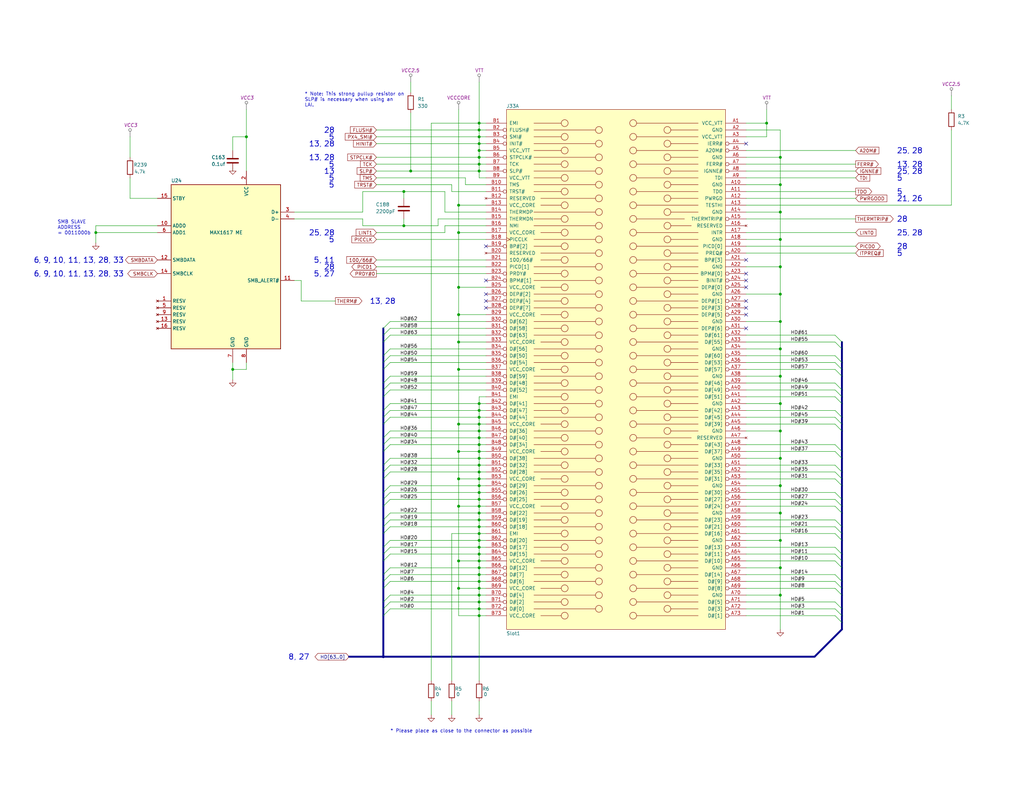
<source format=kicad_sch>
(kicad_sch (version 20241004) (generator "eeschema") (generator_version "8.99")
  (paper "User" 380 300)
  (title_block (title "SLOT 1 (PART I)") (date "Thursday, April 09, 1998") (rev "1.0"))
  (lib_symbols
    (symbol "Device:C" (pin_numbers (hide yes)) (pin_names (offset 0.254))
      (property "Reference" "C" (at 0.635 2.54 0))
      (property "Value" "C" (at 0.635 -2.54 0))
      (symbol "C_1_1"
        (pin passive line (at 0 3.81 270) (length 2.794) (name "~") (number "1"))
        (pin passive line (at 0 -3.81 90) (length 2.794) (name "~") (number "2"))
      )
    )
    (symbol "Device:R" (pin_numbers (hide yes)) (pin_names (offset 0))
      (property "Reference" "R" (at 2.032 0 90))
      (property "Value" "R" (at 0 0 90))
      (symbol "R_1_1"
        (pin passive line (at 0 3.81 270) (length 1.27) (name "~") (number "1"))
        (pin passive line (at 0 -3.81 90) (length 1.27) (name "~") (number "2"))
      )
    )
    (symbol "P2-3_era:MAX1617_ME"
      (property "Reference" "U?" (at -17.78 32.512 0))
      (property "Value" "MAX1617 ME" (at -0.254 8.89 0))
      (symbol "MAX1617_ME_1_1"
        (pin input line (at -25.4 25.4 0) (length 5.08) (name "STBY") (number "15"))
        (pin unspecified line (at -25.4 15.24 0) (length 5.08) (name "ADD0") (number "10"))
        (pin unspecified line (at -25.4 12.7 0) (length 5.08) (name "ADD1") (number "6"))
        (pin bidirectional line (at -25.4 2.54 0) (length 5.08) (name "SMBDATA") (number "12"))
        (pin bidirectional line (at -25.4 -2.54 0) (length 5.08) (name "SMBCLK") (number "14"))
        (pin no_connect line (at -25.4 -12.7 0) (length 5.08) (name "RESV") (number "1"))
        (pin no_connect line (at -25.4 -15.24 0) (length 5.08) (name "RESV") (number "5"))
        (pin no_connect line (at -25.4 -17.78 0) (length 5.08) (name "RESV") (number "9"))
        (pin no_connect line (at -25.4 -20.32 0) (length 5.08) (name "RESV") (number "13"))
        (pin no_connect line (at -25.4 -22.86 0) (length 5.08) (name "RESV") (number "16"))
        (pin power_in line (at 2.54 -35.56 90) (length 5.08) (name "GND") (number "7"))
        (pin power_in line (at 7.62 35.56 270) (length 5.08) (name "VCC") (number "2"))
        (pin power_in line (at 7.62 -35.56 90) (length 5.08) (name "GND") (number "8"))
        (pin input line (at 25.4 20.32 180) (length 5.08) (name "D+") (number "3"))
        (pin input line (at 25.4 17.78 180) (length 5.08) (name "D-") (number "4"))
        (pin output line (at 25.4 -5.08 180) (length 5.08) (name "SMB_ALERT#") (number "11"))
      )
    )
    (symbol "P2-3_era:Slot1" (pin_names (offset 1.016))
      (property "Reference" "J" (at -40.64 197.358 0))
      (property "Value" "Slot1" (at -40.64 0.762 0))
      (symbol "Slot1_1_1"
        (pin input line (at -48.26 190.5 0) (length 7.62) (name "EMI") (number "B1"))
        (pin input inverted (at -48.26 187.96 0) (length 7.62) (name "FLUSH#") (number "B2"))
        (pin input inverted (at -48.26 185.42 0) (length 7.62) (name "SMI#") (number "B3"))
        (pin input inverted (at -48.26 182.88 0) (length 7.62) (name "INIT#") (number "B4"))
        (pin power_in line (at -48.26 180.34 0) (length 7.62) (name "VCC_VTT") (number "B5"))
        (pin input inverted (at -48.26 177.8 0) (length 7.62) (name "STPCLK#") (number "B6"))
        (pin input line (at -48.26 175.26 0) (length 7.62) (name "TCK") (number "B7"))
        (pin input inverted (at -48.26 172.72 0) (length 7.62) (name "SLP#") (number "B8"))
        (pin power_in line (at -48.26 170.18 0) (length 7.62) (name "VCC_VTT") (number "B9"))
        (pin input line (at -48.26 167.64 0) (length 7.62) (name "TMS") (number "B10"))
        (pin input inverted (at -48.26 165.1 0) (length 7.62) (name "TRST#") (number "B11"))
        (pin no_connect line (at -48.26 162.56 0) (length 7.62) (name "RESERVED") (number "B12"))
        (pin power_in line (at -48.26 160.02 0) (length 7.62) (name "VCC_CORE") (number "B13"))
        (pin output line (at -48.26 157.48 0) (length 7.62) (name "THERMDP") (number "B14"))
        (pin output line (at -48.26 154.94 0) (length 7.62) (name "THERMDN") (number "B15"))
        (pin input line (at -48.26 152.4 0) (length 7.62) (name "NMI") (number "B16"))
        (pin power_in line (at -48.26 149.86 0) (length 7.62) (name "VCC_CORE") (number "B17"))
        (pin input clock (at -48.26 147.32 0) (length 7.62) (name "PICCLK") (number "B18"))
        (pin bidirectional inverted (at -48.26 144.78 0) (length 7.62) (name "BP#[2]") (number "B19"))
        (pin no_connect line (at -48.26 142.24 0) (length 7.62) (name "RESERVED") (number "B20"))
        (pin output line (at -48.26 139.7 0) (length 7.62) (name "100/66#") (number "B21"))
        (pin bidirectional line (at -48.26 137.16 0) (length 7.62) (name "PICD[1]") (number "B22"))
        (pin output inverted (at -48.26 134.62 0) (length 7.62) (name "PRDY#") (number "B23"))
        (pin bidirectional inverted (at -48.26 132.08 0) (length 7.62) (name "BPM#[1]") (number "B24"))
        (pin power_in line (at -48.26 129.54 0) (length 7.62) (name "VCC_CORE") (number "B25"))
        (pin bidirectional inverted (at -48.26 127 0) (length 7.62) (name "DEP#[2]") (number "B26"))
        (pin bidirectional inverted (at -48.26 124.46 0) (length 7.62) (name "DEP#[4]") (number "B27"))
        (pin bidirectional inverted (at -48.26 121.92 0) (length 7.62) (name "DEP#[7]") (number "B28"))
        (pin power_in line (at -48.26 119.38 0) (length 7.62) (name "VCC_CORE") (number "B29"))
        (pin tri_state inverted (at -48.26 116.84 0) (length 7.62) (name "D#[62]") (number "B30"))
        (pin tri_state inverted (at -48.26 114.3 0) (length 7.62) (name "D#[58]") (number "B31"))
        (pin tri_state inverted (at -48.26 111.76 0) (length 7.62) (name "D#[63]") (number "B32"))
        (pin power_in line (at -48.26 109.22 0) (length 7.62) (name "VCC_CORE") (number "B33"))
        (pin tri_state inverted (at -48.26 106.68 0) (length 7.62) (name "D#[56]") (number "B34"))
        (pin tri_state inverted (at -48.26 104.14 0) (length 7.62) (name "D#[50]") (number "B35"))
        (pin tri_state inverted (at -48.26 101.6 0) (length 7.62) (name "D#[54]") (number "B36"))
        (pin power_in line (at -48.26 99.06 0) (length 7.62) (name "VCC_CORE") (number "B37"))
        (pin tri_state inverted (at -48.26 96.52 0) (length 7.62) (name "D#[59]") (number "B38"))
        (pin tri_state inverted (at -48.26 93.98 0) (length 7.62) (name "D#[48]") (number "B39"))
        (pin tri_state inverted (at -48.26 91.44 0) (length 7.62) (name "D#[52]") (number "B40"))
        (pin input line (at -48.26 88.9 0) (length 7.62) (name "EMI") (number "B41"))
        (pin tri_state inverted (at -48.26 86.36 0) (length 7.62) (name "D#[41]") (number "B42"))
        (pin tri_state inverted (at -48.26 83.82 0) (length 7.62) (name "D#[47]") (number "B43"))
        (pin tri_state inverted (at -48.26 81.28 0) (length 7.62) (name "D#[44]") (number "B44"))
        (pin power_in line (at -48.26 78.74 0) (length 7.62) (name "VCC_CORE") (number "B45"))
        (pin tri_state inverted (at -48.26 76.2 0) (length 7.62) (name "D#[36]") (number "B46"))
        (pin tri_state inverted (at -48.26 73.66 0) (length 7.62) (name "D#[40]") (number "B47"))
        (pin tri_state inverted (at -48.26 71.12 0) (length 7.62) (name "D#[34]") (number "B48"))
        (pin power_in line (at -48.26 68.58 0) (length 7.62) (name "VCC_CORE") (number "B49"))
        (pin tri_state inverted (at -48.26 66.04 0) (length 7.62) (name "D#[38]") (number "B50"))
        (pin tri_state inverted (at -48.26 63.5 0) (length 7.62) (name "D#[32]") (number "B51"))
        (pin tri_state inverted (at -48.26 60.96 0) (length 7.62) (name "D#[28]") (number "B52"))
        (pin power_in line (at -48.26 58.42 0) (length 7.62) (name "VCC_CORE") (number "B53"))
        (pin tri_state inverted (at -48.26 55.88 0) (length 7.62) (name "D#[29]") (number "B54"))
        (pin tri_state inverted (at -48.26 53.34 0) (length 7.62) (name "D#[26]") (number "B55"))
        (pin tri_state inverted (at -48.26 50.8 0) (length 7.62) (name "D#[25]") (number "B56"))
        (pin power_in line (at -48.26 48.26 0) (length 7.62) (name "VCC_CORE") (number "B57"))
        (pin tri_state inverted (at -48.26 45.72 0) (length 7.62) (name "D#[22]") (number "B58"))
        (pin tri_state inverted (at -48.26 43.18 0) (length 7.62) (name "D#[19]") (number "B59"))
        (pin tri_state inverted (at -48.26 40.64 0) (length 7.62) (name "D#[18]") (number "B60"))
        (pin input line (at -48.26 38.1 0) (length 7.62) (name "EMI") (number "B61"))
        (pin tri_state inverted (at -48.26 35.56 0) (length 7.62) (name "D#[20]") (number "B62"))
        (pin tri_state inverted (at -48.26 33.02 0) (length 7.62) (name "D#[17]") (number "B63"))
        (pin tri_state inverted (at -48.26 30.48 0) (length 7.62) (name "D#[15]") (number "B64"))
        (pin power_in line (at -48.26 27.94 0) (length 7.62) (name "VCC_CORE") (number "B65"))
        (pin tri_state inverted (at -48.26 25.4 0) (length 7.62) (name "D#[12]") (number "B66"))
        (pin tri_state inverted (at -48.26 22.86 0) (length 7.62) (name "D#[7]") (number "B67"))
        (pin tri_state inverted (at -48.26 20.32 0) (length 7.62) (name "D#[6]") (number "B68"))
        (pin power_in line (at -48.26 17.78 0) (length 7.62) (name "VCC_CORE") (number "B69"))
        (pin tri_state inverted (at -48.26 15.24 0) (length 7.62) (name "D#[4]") (number "B70"))
        (pin tri_state inverted (at -48.26 12.7 0) (length 7.62) (name "D#[2]") (number "B71"))
        (pin tri_state inverted (at -48.26 10.16 0) (length 7.62) (name "D#[0]") (number "B72"))
        (pin power_in line (at -48.26 7.62 0) (length 7.62) (name "VCC_CORE") (number "B73"))
        (pin power_in line (at 48.26 190.5 180) (length 7.62) (name "VCC_VTT") (number "A1"))
        (pin power_in line (at 48.26 187.96 180) (length 7.62) (name "GND") (number "A2"))
        (pin power_in line (at 48.26 185.42 180) (length 7.62) (name "VCC_VTT") (number "A3"))
        (pin output inverted (at 48.26 182.88 180) (length 7.62) (name "IERR#") (number "A4"))
        (pin input inverted (at 48.26 180.34 180) (length 7.62) (name "A20M#") (number "A5"))
        (pin power_in line (at 48.26 177.8 180) (length 7.62) (name "GND") (number "A6"))
        (pin output inverted (at 48.26 175.26 180) (length 7.62) (name "FERR#") (number "A7"))
        (pin input inverted (at 48.26 172.72 180) (length 7.62) (name "IGNNE#") (number "A8"))
        (pin input line (at 48.26 170.18 180) (length 7.62) (name "TDI") (number "A9"))
        (pin power_in line (at 48.26 167.64 180) (length 7.62) (name "GND") (number "A10"))
        (pin output line (at 48.26 165.1 180) (length 7.62) (name "TDO") (number "A11"))
        (pin input line (at 48.26 162.56 180) (length 7.62) (name "PWRGD") (number "A12"))
        (pin input line (at 48.26 160.02 180) (length 7.62) (name "TESTHI") (number "A13"))
        (pin power_in line (at 48.26 157.48 180) (length 7.62) (name "GND") (number "A14"))
        (pin output inverted (at 48.26 154.94 180) (length 7.62) (name "THERMTRIP#") (number "A15"))
        (pin no_connect line (at 48.26 152.4 180) (length 7.62) (name "RESERVED") (number "A16"))
        (pin input line (at 48.26 149.86 180) (length 7.62) (name "INTR") (number "A17"))
        (pin power_in line (at 48.26 147.32 180) (length 7.62) (name "GND") (number "A18"))
        (pin bidirectional line (at 48.26 144.78 180) (length 7.62) (name "PICD[0]") (number "A19"))
        (pin input inverted (at 48.26 142.24 180) (length 7.62) (name "PREQ#") (number "A20"))
        (pin bidirectional line (at 48.26 139.7 180) (length 7.62) (name "BP#[3]") (number "A21"))
        (pin power_in line (at 48.26 137.16 180) (length 7.62) (name "GND") (number "A22"))
        (pin bidirectional inverted (at 48.26 134.62 180) (length 7.62) (name "BPM#[0]") (number "A23"))
        (pin bidirectional inverted (at 48.26 132.08 180) (length 7.62) (name "BINIT#") (number "A24"))
        (pin bidirectional inverted (at 48.26 129.54 180) (length 7.62) (name "DEP#[0]") (number "A25"))
        (pin power_in line (at 48.26 127 180) (length 7.62) (name "GND") (number "A26"))
        (pin bidirectional inverted (at 48.26 124.46 180) (length 7.62) (name "DEP#[1]") (number "A27"))
        (pin bidirectional inverted (at 48.26 121.92 180) (length 7.62) (name "DEP#[3]") (number "A28"))
        (pin bidirectional inverted (at 48.26 119.38 180) (length 7.62) (name "DEP#[5]") (number "A29"))
        (pin power_in line (at 48.26 116.84 180) (length 7.62) (name "GND") (number "A30"))
        (pin bidirectional inverted (at 48.26 114.3 180) (length 7.62) (name "DEP#[6]") (number "A31"))
        (pin tri_state inverted (at 48.26 111.76 180) (length 7.62) (name "D#[61]") (number "A32"))
        (pin tri_state inverted (at 48.26 109.22 180) (length 7.62) (name "D#[55]") (number "A33"))
        (pin power_in line (at 48.26 106.68 180) (length 7.62) (name "GND") (number "A34"))
        (pin tri_state inverted (at 48.26 104.14 180) (length 7.62) (name "D#[60]") (number "A35"))
        (pin tri_state inverted (at 48.26 101.6 180) (length 7.62) (name "D#[53]") (number "A36"))
        (pin tri_state inverted (at 48.26 99.06 180) (length 7.62) (name "D#[57]") (number "A37"))
        (pin power_in line (at 48.26 96.52 180) (length 7.62) (name "GND") (number "A38"))
        (pin tri_state inverted (at 48.26 93.98 180) (length 7.62) (name "D#[46]") (number "A39"))
        (pin tri_state inverted (at 48.26 91.44 180) (length 7.62) (name "D#[49]") (number "A40"))
        (pin tri_state inverted (at 48.26 88.9 180) (length 7.62) (name "D#[51]") (number "A41"))
        (pin power_in line (at 48.26 86.36 180) (length 7.62) (name "GND") (number "A42"))
        (pin tri_state inverted (at 48.26 83.82 180) (length 7.62) (name "D#[42]") (number "A43"))
        (pin tri_state inverted (at 48.26 81.28 180) (length 7.62) (name "D#[45]") (number "A44"))
        (pin tri_state inverted (at 48.26 78.74 180) (length 7.62) (name "D#[39]") (number "A45"))
        (pin power_in line (at 48.26 76.2 180) (length 7.62) (name "GND") (number "A46"))
        (pin no_connect line (at 48.26 73.66 180) (length 7.62) (name "RESERVED") (number "A47"))
        (pin tri_state inverted (at 48.26 71.12 180) (length 7.62) (name "D#[43]") (number "A48"))
        (pin tri_state inverted (at 48.26 68.58 180) (length 7.62) (name "D#[37]") (number "A49"))
        (pin power_in line (at 48.26 66.04 180) (length 7.62) (name "GND") (number "A50"))
        (pin tri_state inverted (at 48.26 63.5 180) (length 7.62) (name "D#[33]") (number "A51"))
        (pin tri_state inverted (at 48.26 60.96 180) (length 7.62) (name "D#[35]") (number "A52"))
        (pin tri_state inverted (at 48.26 58.42 180) (length 7.62) (name "D#[31]") (number "A53"))
        (pin power_in line (at 48.26 55.88 180) (length 7.62) (name "GND") (number "A54"))
        (pin tri_state inverted (at 48.26 53.34 180) (length 7.62) (name "D#[30]") (number "A55"))
        (pin tri_state inverted (at 48.26 50.8 180) (length 7.62) (name "D#[27]") (number "A56"))
        (pin tri_state inverted (at 48.26 48.26 180) (length 7.62) (name "D#[24]") (number "A57"))
        (pin power_in line (at 48.26 45.72 180) (length 7.62) (name "GND") (number "A58"))
        (pin tri_state inverted (at 48.26 43.18 180) (length 7.62) (name "D#[23]") (number "A59"))
        (pin tri_state inverted (at 48.26 40.64 180) (length 7.62) (name "D#[21]") (number "A60"))
        (pin tri_state inverted (at 48.26 38.1 180) (length 7.62) (name "D#[16]") (number "A61"))
        (pin power_in line (at 48.26 35.56 180) (length 7.62) (name "GND") (number "A62"))
        (pin tri_state inverted (at 48.26 33.02 180) (length 7.62) (name "D#[13]") (number "A63"))
        (pin tri_state inverted (at 48.26 30.48 180) (length 7.62) (name "D#[11]") (number "A64"))
        (pin tri_state inverted (at 48.26 27.94 180) (length 7.62) (name "D#[10]") (number "A65"))
        (pin power_in line (at 48.26 25.4 180) (length 7.62) (name "GND") (number "A66"))
        (pin tri_state inverted (at 48.26 22.86 180) (length 7.62) (name "D#[14]") (number "A67"))
        (pin tri_state inverted (at 48.26 20.32 180) (length 7.62) (name "D#[9]") (number "A68"))
        (pin tri_state inverted (at 48.26 17.78 180) (length 7.62) (name "D#[8]") (number "A69"))
        (pin power_in line (at 48.26 15.24 180) (length 7.62) (name "GND") (number "A70"))
        (pin tri_state inverted (at 48.26 12.7 180) (length 7.62) (name "D#[5]") (number "A71"))
        (pin tri_state inverted (at 48.26 10.16 180) (length 7.62) (name "D#[3]") (number "A72"))
        (pin tri_state inverted (at 48.26 7.62 180) (length 7.62) (name "D#[1]") (number "A73"))
      )
      (symbol "Slot1_2_1"
        (pin input inverted (at -48.26 190.5 0) (length 7.62) (name "RESET#") (number "B74"))
        (pin input inverted (at -48.26 187.96 0) (length 7.62) (name "BR1#") (number "B75"))
        (pin bidirectional inverted (at -48.26 185.42 0) (length 7.62) (name "FRCERR#") (number "B76"))
        (pin power_in line (at -48.26 182.88 0) (length 7.62) (name "VCC_CORE") (number "B77"))
        (pin tri_state inverted (at -48.26 180.34 0) (length 7.62) (name "A#[35]") (number "B78"))
        (pin tri_state inverted (at -48.26 177.8 0) (length 7.62) (name "A#[32]") (number "B79"))
        (pin tri_state inverted (at -48.26 175.26 0) (length 7.62) (name "A#[29]") (number "B80"))
        (pin input line (at -48.26 172.72 0) (length 7.62) (name "EMI") (number "B81"))
        (pin tri_state inverted (at -48.26 170.18 0) (length 7.62) (name "A#[26]") (number "B82"))
        (pin tri_state inverted (at -48.26 167.64 0) (length 7.62) (name "A#[24]") (number "B83"))
        (pin tri_state inverted (at -48.26 165.1 0) (length 7.62) (name "A#[28]") (number "B84"))
        (pin power_in line (at -48.26 162.56 0) (length 7.62) (name "VCC_CORE") (number "B85"))
        (pin tri_state inverted (at -48.26 160.02 0) (length 7.62) (name "A#[20]") (number "B86"))
        (pin tri_state inverted (at -48.26 157.48 0) (length 7.62) (name "A#[21]") (number "B87"))
        (pin tri_state inverted (at -48.26 154.94 0) (length 7.62) (name "A#[25]") (number "B88"))
        (pin power_in line (at -48.26 152.4 0) (length 7.62) (name "VCC_CORE") (number "B89"))
        (pin tri_state inverted (at -48.26 149.86 0) (length 7.62) (name "A#[15]") (number "B90"))
        (pin tri_state inverted (at -48.26 147.32 0) (length 7.62) (name "A#[17]") (number "B91"))
        (pin tri_state inverted (at -48.26 144.78 0) (length 7.62) (name "A#[11]") (number "B92"))
        (pin power_in line (at -48.26 142.24 0) (length 7.62) (name "VCC_CORE") (number "B93"))
        (pin tri_state inverted (at -48.26 139.7 0) (length 7.62) (name "A#[12]") (number "B94"))
        (pin tri_state inverted (at -48.26 137.16 0) (length 7.62) (name "A#[8]") (number "B95"))
        (pin tri_state inverted (at -48.26 134.62 0) (length 7.62) (name "A#[7]") (number "B96"))
        (pin power_in line (at -48.26 132.08 0) (length 7.62) (name "VCC_CORE") (number "B97"))
        (pin tri_state inverted (at -48.26 129.54 0) (length 7.62) (name "A#[3]") (number "B98"))
        (pin tri_state inverted (at -48.26 127 0) (length 7.62) (name "A#[6]") (number "B99"))
        (pin input line (at -48.26 124.46 0) (length 7.62) (name "EMI") (number "B100"))
        (pin output inverted (at -48.26 121.92 0) (length 7.62) (name "SLOTOCC#") (number "B101"))
        (pin bidirectional inverted (at -48.26 119.38 0) (length 7.62) (name "REQ#[0]") (number "B102"))
        (pin bidirectional inverted (at -48.26 116.84 0) (length 7.62) (name "REQ#[1]") (number "B103"))
        (pin bidirectional inverted (at -48.26 114.3 0) (length 7.62) (name "REQ#[4]") (number "B104"))
        (pin power_in line (at -48.26 111.76 0) (length 7.62) (name "VCC_CORE") (number "B105"))
        (pin bidirectional inverted (at -48.26 109.22 0) (length 7.62) (name "LOCK#") (number "B106"))
        (pin bidirectional inverted (at -48.26 106.68 0) (length 7.62) (name "DRDY#") (number "B107"))
        (pin input inverted (at -48.26 104.14 0) (length 7.62) (name "RS#[0]") (number "B108"))
        (pin power_in line (at -48.26 101.6 0) (length 7.62) (name "VCC5") (number "B109"))
        (pin bidirectional inverted (at -48.26 99.06 0) (length 7.62) (name "HIT#") (number "B110"))
        (pin input inverted (at -48.26 96.52 0) (length 7.62) (name "RS#[2]") (number "B111"))
        (pin no_connect line (at -48.26 93.98 0) (length 7.62) (name "RESERVED") (number "B112"))
        (pin power_in line (at -48.26 91.44 0) (length 7.62) (name "VCC_L2") (number "B113"))
        (pin bidirectional inverted (at -48.26 88.9 0) (length 7.62) (name "RP#") (number "B114"))
        (pin input inverted (at -48.26 86.36 0) (length 7.62) (name "RSP#") (number "B115"))
        (pin bidirectional inverted (at -48.26 83.82 0) (length 7.62) (name "AP#[1]") (number "B116"))
        (pin power_in line (at -48.26 81.28 0) (length 7.62) (name "VCC_L2") (number "B117"))
        (pin bidirectional inverted (at -48.26 78.74 0) (length 7.62) (name "AERR#") (number "B118"))
        (pin output line (at -48.26 76.2 0) (length 7.62) (name "VID[3]") (number "B119"))
        (pin output line (at -48.26 73.66 0) (length 7.62) (name "VID[0]") (number "B120"))
        (pin power_in line (at -48.26 71.12 0) (length 7.62) (name "VCC_L2") (number "B121"))
        (pin power_in line (at 48.26 190.5 180) (length 7.62) (name "GND") (number "A74"))
        (pin input clock (at 48.26 187.96 180) (length 7.62) (name "BCLK") (number "A75"))
        (pin bidirectional inverted (at 48.26 185.42 180) (length 7.62) (name "BR0#") (number "A76"))
        (pin bidirectional inverted (at 48.26 182.88 180) (length 7.62) (name "BERR#") (number "A77"))
        (pin power_in line (at 48.26 180.34 180) (length 7.62) (name "GND") (number "A78"))
        (pin tri_state inverted (at 48.26 177.8 180) (length 7.62) (name "A#[33]") (number "A79"))
        (pin tri_state inverted (at 48.26 175.26 180) (length 7.62) (name "A#[34]") (number "A80"))
        (pin tri_state inverted (at 48.26 172.72 180) (length 7.62) (name "A#[30]") (number "A81"))
        (pin power_in line (at 48.26 170.18 180) (length 7.62) (name "GND") (number "A82"))
        (pin tri_state inverted (at 48.26 167.64 180) (length 7.62) (name "A#[31]") (number "A83"))
        (pin tri_state inverted (at 48.26 165.1 180) (length 7.62) (name "A#[27]") (number "A84"))
        (pin tri_state inverted (at 48.26 162.56 180) (length 7.62) (name "A#[22]") (number "A85"))
        (pin power_in line (at 48.26 160.02 180) (length 7.62) (name "GND") (number "A86"))
        (pin tri_state inverted (at 48.26 157.48 180) (length 7.62) (name "A#[23]") (number "A87"))
        (pin no_connect line (at 48.26 154.94 180) (length 7.62) (name "RESERVED") (number "A88"))
        (pin tri_state inverted (at 48.26 152.4 180) (length 7.62) (name "A#[19]") (number "A89"))
        (pin power_in line (at 48.26 149.86 180) (length 7.62) (name "GND") (number "A90"))
        (pin tri_state inverted (at 48.26 147.32 180) (length 7.62) (name "A#[18]") (number "A91"))
        (pin tri_state inverted (at 48.26 144.78 180) (length 7.62) (name "A#[16]") (number "A92"))
        (pin tri_state inverted (at 48.26 142.24 180) (length 7.62) (name "A#[13]") (number "A93"))
        (pin power_in line (at 48.26 139.7 180) (length 7.62) (name "GND") (number "A94"))
        (pin tri_state inverted (at 48.26 137.16 180) (length 7.62) (name "A#[14]") (number "A95"))
        (pin tri_state inverted (at 48.26 134.62 180) (length 7.62) (name "A#[10]") (number "A96"))
        (pin tri_state inverted (at 48.26 132.08 180) (length 7.62) (name "A#[5]") (number "A97"))
        (pin power_in line (at 48.26 129.54 180) (length 7.62) (name "GND") (number "A98"))
        (pin tri_state inverted (at 48.26 127 180) (length 7.62) (name "A#[9]") (number "A99"))
        (pin tri_state inverted (at 48.26 124.46 180) (length 7.62) (name "A#[4]") (number "A100"))
        (pin bidirectional inverted (at 48.26 121.92 180) (length 7.62) (name "BNR#") (number "A101"))
        (pin power_in line (at 48.26 119.38 180) (length 7.62) (name "GND") (number "A102"))
        (pin input inverted (at 48.26 116.84 180) (length 7.62) (name "BPRI#") (number "A103"))
        (pin input inverted (at 48.26 114.3 180) (length 7.62) (name "TRDY#") (number "A104"))
        (pin input inverted (at 48.26 111.76 180) (length 7.62) (name "DEFER#") (number "A105"))
        (pin power_in line (at 48.26 109.22 180) (length 7.62) (name "GND") (number "A106"))
        (pin bidirectional inverted (at 48.26 106.68 180) (length 7.62) (name "REQ#[2]") (number "A107"))
        (pin bidirectional inverted (at 48.26 104.14 180) (length 7.62) (name "REQ#[3]") (number "A108"))
        (pin bidirectional inverted (at 48.26 101.6 180) (length 7.62) (name "HITM#") (number "A109"))
        (pin power_in line (at 48.26 99.06 180) (length 7.62) (name "GND") (number "A110"))
        (pin bidirectional inverted (at 48.26 96.52 180) (length 7.62) (name "DBSY#") (number "A111"))
        (pin input inverted (at 48.26 93.98 180) (length 7.62) (name "RS#[1]") (number "A112"))
        (pin no_connect line (at 48.26 91.44 180) (length 7.62) (name "RESERVED") (number "A113"))
        (pin power_in line (at 48.26 88.9 180) (length 7.62) (name "GND") (number "A114"))
        (pin bidirectional inverted (at 48.26 86.36 180) (length 7.62) (name "ADS#") (number "A115"))
        (pin no_connect line (at 48.26 83.82 180) (length 7.62) (name "RESERVED") (number "A116"))
        (pin bidirectional inverted (at 48.26 81.28 180) (length 7.62) (name "AP#[0]") (number "A117"))
        (pin power_in line (at 48.26 78.74 180) (length 7.62) (name "GND") (number "A118"))
        (pin output line (at 48.26 76.2 180) (length 7.62) (name "VID[2]") (number "A119"))
        (pin output line (at 48.26 73.66 180) (length 7.62) (name "VID[1]") (number "A120"))
        (pin output line (at 48.26 71.12 180) (length 7.62) (name "VID[4]") (number "A121"))
      )
    )
    (symbol "power:GND" (power) (pin_numbers (hide yes)) (pin_names (offset 0) (hide yes))
      (property "Value" "GND" (at 0 -3.81 0))
      (symbol "GND_1_1"
        (pin power_in line (at 0 0 270) (length 0) (name "~") (number "1"))
      )
    )
  )
  (text "28" (at 36.322 96.774 0) (effects (font (size 2 2) (thickness 0.25)) (justify left)))
  (text "* Note: This strong pullup resistor on\nSLP# is necessary when using an\nLAI." (at 113.03 37.084 0) (effects (font (size 1.27 1.27)) (justify left)))
  (text "," (at 35.052 96.774 0) (effects (font (size 2 2))))
  (text "6" (at 12.446 101.854 0) (effects (font (size 2 2) (thickness 0.25)) (justify left)))
  (text "10" (at 19.558 96.774 0) (effects (font (size 2 2) (thickness 0.25)) (justify left)))
  (text "13" (at 30.734 101.854 0) (effects (font (size 2 2) (thickness 0.25)) (justify left)))
  (text "," (at 118.872 96.774 0) (effects (font (size 2 2))))
  (text "25" (at 114.554 86.614 0) (effects (font (size 2 2) (thickness 0.25)) (justify left)))
  (text "10" (at 19.558 101.854 0) (effects (font (size 2 2) (thickness 0.25)) (justify left)))
  (text "13" (at 30.734 96.774 0) (effects (font (size 2 2) (thickness 0.25)) (justify left)))
  (text "28" (at 338.328 86.614 0) (effects (font (size 2 2) (thickness 0.25)) (justify left)))
  (text "," (at 23.876 96.774 0) (effects (font (size 2 2))))
  (text "13" (at 114.554 58.674 0) (effects (font (size 2 2) (thickness 0.25)) (justify left)))
  (text "5" (at 121.92 89.154 0) (effects (font (size 2 2) (thickness 0.25)) (justify left)))
  (text "," (at 337.058 63.754 0) (effects (font (size 2 2))))
  (text "6" (at 12.446 96.774 0) (effects (font (size 2 2) (thickness 0.25)) (justify left)))
  (text "28" (at 338.328 61.214 0) (effects (font (size 2 2) (thickness 0.25)) (justify left)))
  (text "25" (at 332.74 56.134 0) (effects (font (size 2 2) (thickness 0.25)) (justify left)))
  (text "13" (at 332.74 61.214 0) (effects (font (size 2 2) (thickness 0.25)) (justify left)))
  (text "," (at 35.052 101.854 0) (effects (font (size 2 2))))
  (text "," (at 109.474 244.094 0) (effects (font (size 2 2))))
  (text "28" (at 36.322 101.854 0) (effects (font (size 2 2) (thickness 0.25)) (justify left)))
  (text "5" (at 121.92 68.834 0) (effects (font (size 2 2) (thickness 0.25)) (justify left)))
  (text "8" (at 106.934 244.094 0) (effects (font (size 2 2) (thickness 0.25)) (justify left)))
  (text "," (at 29.464 96.774 0) (effects (font (size 2 2))))
  (text "5" (at 332.74 94.234 0) (effects (font (size 2 2) (thickness 0.25)) (justify left)))
  (text "25" (at 332.74 86.614 0) (effects (font (size 2 2) (thickness 0.25)) (justify left)))
  (text "28" (at 142.748 112.014 0) (effects (font (size 2 2) (thickness 0.25)) (justify left)))
  (text "28" (at 332.74 81.534 0) (effects (font (size 2 2) (thickness 0.25)) (justify left)))
  (text "9" (at 16.002 96.774 0) (effects (font (size 2 2) (thickness 0.25)) (justify left)))
  (text "," (at 118.872 58.674 0) (effects (font (size 2 2))))
  (text "," (at 29.464 101.854 0) (effects (font (size 2 2))))
  (text "," (at 337.058 73.914 0) (effects (font (size 2 2))))
  (text "5" (at 121.92 61.214 0) (effects (font (size 2 2) (thickness 0.25)) (justify left)))
  (text "," (at 118.872 86.614 0) (effects (font (size 2 2))))
  (text "28" (at 120.142 53.594 0) (effects (font (size 2 2) (thickness 0.25)) (justify left)))
  (text "," (at 40.64 101.854 0) (effects (font (size 2 2))))
  (text "5" (at 121.92 66.294 0) (effects (font (size 2 2) (thickness 0.25)) (justify left)))
  (text "5" (at 332.74 66.294 0) (effects (font (size 2 2) (thickness 0.25)) (justify left)))
  (text "28" (at 120.142 58.674 0) (effects (font (size 2 2) (thickness 0.25)) (justify left)))
  (text "11" (at 25.146 96.774 0) (effects (font (size 2 2) (thickness 0.25)) (justify left)))
  (text "," (at 18.288 96.774 0) (effects (font (size 2 2))))
  (text "28" (at 332.74 91.694 0) (effects (font (size 2 2) (thickness 0.25)) (justify left)))
  (text "33" (at 41.91 96.774 0) (effects (font (size 2 2) (thickness 0.25)) (justify left)))
  (text "28" (at 338.328 63.754 0) (effects (font (size 2 2) (thickness 0.25)) (justify left)))
  (text "27" (at 110.744 244.094 0) (effects (font (size 2 2) (thickness 0.25)) (justify left)))
  (text "13" (at 114.554 53.594 0) (effects (font (size 2 2) (thickness 0.25)) (justify left)))
  (text "5" (at 121.92 51.054 0) (effects (font (size 2 2) (thickness 0.25)) (justify left)))
  (text "33" (at 41.91 101.854 0) (effects (font (size 2 2) (thickness 0.25)) (justify left)))
  (text "21" (at 332.74 73.914 0) (effects (font (size 2 2) (thickness 0.25)) (justify left)))
  (text "27" (at 120.142 101.854 0) (effects (font (size 2 2) (thickness 0.25)) (justify left)))
  (text "," (at 141.478 112.014 0) (effects (font (size 2 2))))
  (text "," (at 337.058 61.214 0) (effects (font (size 2 2))))
  (text "," (at 118.872 53.594 0) (effects (font (size 2 2))))
  (text "* Please place as close to the connector as possible" (at 171.196 271.526 0) (effects (font (size 1.27 1.27))))
  (text "SMB SLAVE\nADDRESS\n= 0011000b" (at 21.336 84.582 0) (effects (font (size 1.27 1.27)) (justify left)))
  (text "5" (at 332.74 71.374 0) (effects (font (size 2 2) (thickness 0.25)) (justify left)))
  (text "28" (at 338.328 56.134 0) (effects (font (size 2 2) (thickness 0.25)) (justify left)))
  (text "," (at 40.64 96.774 0) (effects (font (size 2 2))))
  (text "28" (at 120.142 48.514 0) (effects (font (size 2 2) (thickness 0.25)) (justify left)))
  (text "9" (at 16.002 101.854 0) (effects (font (size 2 2) (thickness 0.25)) (justify left)))
  (text "13" (at 137.16 112.014 0) (effects (font (size 2 2) (thickness 0.25)) (justify left)))
  (text "13" (at 120.142 63.754 0) (effects (font (size 2 2) (thickness 0.25)) (justify left)))
  (text "11" (at 120.142 96.774 0) (effects (font (size 2 2) (thickness 0.25)) (justify left)))
  (text "," (at 14.732 96.774 0) (effects (font (size 2 2))))
  (text "11" (at 25.146 101.854 0) (effects (font (size 2 2) (thickness 0.25)) (justify left)))
  (text "28" (at 120.142 86.614 0) (effects (font (size 2 2) (thickness 0.25)) (justify left)))
  (text "," (at 18.288 101.854 0) (effects (font (size 2 2))))
  (text "28" (at 120.142 99.314 0) (effects (font (size 2 2) (thickness 0.25)) (justify left)))
  (text "," (at 18.288 96.774 0) (effects (font (size 2 2))))
  (text "," (at 14.732 101.854 0) (effects (font (size 2 2))))
  (text "," (at 18.288 101.854 0) (effects (font (size 2 2))))
  (text "," (at 118.872 101.854 0) (effects (font (size 2 2))))
  (text "," (at 337.058 56.134 0) (effects (font (size 2 2))))
  (text "5" (at 116.332 96.774 0) (effects (font (size 2 2) (thickness 0.25)) (justify left)))
  (text "26" (at 338.328 73.914 0) (effects (font (size 2 2) (thickness 0.25)) (justify left)))
  (text "5" (at 116.332 101.854 0) (effects (font (size 2 2) (thickness 0.25)) (justify left)))
  (text "," (at 337.058 86.614 0) (effects (font (size 2 2))))
  (text "25" (at 332.74 63.754 0) (effects (font (size 2 2) (thickness 0.25)) (justify left)))
  (text "," (at 23.876 101.854 0) (effects (font (size 2 2))))
  (junction (at 177.8 175.26))
  (junction (at 177.8 45.72))
  (junction (at 177.8 165.1))
  (junction (at 177.8 162.56))
  (junction (at 177.8 228.6))
  (junction (at 177.8 170.18))
  (junction (at 177.8 200.66))
  (junction (at 177.8 226.06))
  (junction (at 170.18 76.2))
  (junction (at 142.24 243.84))
  (junction (at 289.56 129.54))
  (junction (at 289.56 109.22))
  (junction (at 170.18 106.68))
  (junction (at 177.8 172.72))
  (junction (at 289.56 190.5))
  (junction (at 289.56 200.66))
  (junction (at 289.56 210.82))
  (junction (at 170.18 208.28))
  (junction (at 177.8 198.12))
  (junction (at 284.48 45.72))
  (junction (at 177.8 149.86))
  (junction (at 177.8 218.44))
  (junction (at 177.8 193.04))
  (junction (at 177.8 152.4))
  (junction (at 177.8 213.36))
  (junction (at 86.36 137.16))
  (junction (at 289.56 119.38))
  (junction (at 177.8 180.34))
  (junction (at 177.8 220.98))
  (junction (at 170.18 177.8))
  (junction (at 177.8 55.88))
  (junction (at 149.86 83.82))
  (junction (at 177.8 208.28))
  (junction (at 177.8 205.74))
  (junction (at 170.18 167.64))
  (junction (at 177.8 167.64))
  (junction (at 177.8 203.2))
  (junction (at 177.8 50.8))
  (junction (at 152.4 63.5))
  (junction (at 177.8 182.88))
  (junction (at 289.56 220.98))
  (junction (at 177.8 154.94))
  (junction (at 170.18 157.48))
  (junction (at 177.8 53.34))
  (junction (at 177.8 160.02))
  (junction (at 177.8 195.58))
  (junction (at 289.56 139.7))
  (junction (at 289.56 99.06))
  (junction (at 177.8 48.26))
  (junction (at 177.8 223.52))
  (junction (at 170.18 218.44))
  (junction (at 35.56 86.36))
  (junction (at 289.56 58.42))
  (junction (at 177.8 63.5))
  (junction (at 149.86 71.12))
  (junction (at 170.18 86.36))
  (junction (at 289.56 170.18))
  (junction (at 289.56 88.9))
  (junction (at 177.8 157.48))
  (junction (at 289.56 160.02))
  (junction (at 289.56 180.34))
  (junction (at 289.56 149.86))
  (junction (at 177.8 185.42))
  (junction (at 91.44 50.8))
  (junction (at 177.8 177.8))
  (junction (at 170.18 137.16))
  (junction (at 170.18 127))
  (junction (at 177.8 187.96))
  (junction (at 177.8 215.9))
  (junction (at 289.56 78.74))
  (junction (at 170.18 116.84))
  (junction (at 177.8 60.96))
  (junction (at 170.18 187.96))
  (junction (at 177.8 58.42))
  (junction (at 177.8 190.5))
  (junction (at 177.8 210.82))
  (junction (at 289.56 68.58))
  (no_connect (at 180.34 109.22))
  (no_connect (at 276.86 96.52))
  (no_connect (at 276.86 114.3))
  (no_connect (at 276.86 111.76))
  (no_connect (at 276.86 53.34))
  (no_connect (at 276.86 106.68))
  (no_connect (at 180.34 104.14))
  (no_connect (at 276.86 121.92))
  (no_connect (at 276.86 116.84))
  (no_connect (at 276.86 101.6))
  (no_connect (at 180.34 114.3))
  (no_connect (at 276.86 104.14))
  (no_connect (at 180.34 91.44))
  (no_connect (at 180.34 111.76))
  (bus_entry (at 309.88 132.08) (size 2.54 2.54))
  (bus_entry (at 309.88 213.36) (size 2.54 2.54))
  (bus_entry (at 142.24 203.2) (size 2.54 -2.54))
  (bus_entry (at 142.24 228.6) (size 2.54 -2.54))
  (bus_entry (at 142.24 157.48) (size 2.54 -2.54))
  (bus_entry (at 142.24 132.08) (size 2.54 -2.54))
  (bus_entry (at 142.24 198.12) (size 2.54 -2.54))
  (bus_entry (at 142.24 218.44) (size 2.54 -2.54))
  (bus_entry (at 142.24 182.88) (size 2.54 -2.54))
  (bus_entry (at 142.24 175.26) (size 2.54 -2.54))
  (bus_entry (at 142.24 187.96) (size 2.54 -2.54))
  (bus_entry (at 309.88 203.2) (size 2.54 2.54))
  (bus_entry (at 142.24 226.06) (size 2.54 -2.54))
  (bus_entry (at 142.24 208.28) (size 2.54 -2.54))
  (bus_entry (at 142.24 185.42) (size 2.54 -2.54))
  (bus_entry (at 142.24 152.4) (size 2.54 -2.54))
  (bus_entry (at 142.24 193.04) (size 2.54 -2.54))
  (bus_entry (at 309.88 223.52) (size 2.54 2.54))
  (bus_entry (at 309.88 228.6) (size 2.54 2.54))
  (bus_entry (at 309.88 208.28) (size 2.54 2.54))
  (bus_entry (at 309.88 165.1) (size 2.54 2.54))
  (bus_entry (at 142.24 167.64) (size 2.54 -2.54))
  (bus_entry (at 142.24 205.74) (size 2.54 -2.54))
  (bus_entry (at 309.88 154.94) (size 2.54 2.54))
  (bus_entry (at 309.88 137.16) (size 2.54 2.54))
  (bus_entry (at 142.24 134.62) (size 2.54 -2.54))
  (bus_entry (at 142.24 124.46) (size 2.54 -2.54))
  (bus_entry (at 309.88 144.78) (size 2.54 2.54))
  (bus_entry (at 309.88 127) (size 2.54 2.54))
  (bus_entry (at 142.24 162.56) (size 2.54 -2.54))
  (bus_entry (at 142.24 127) (size 2.54 -2.54))
  (bus_entry (at 309.88 175.26) (size 2.54 2.54))
  (bus_entry (at 309.88 147.32) (size 2.54 2.54))
  (bus_entry (at 309.88 215.9) (size 2.54 2.54))
  (bus_entry (at 142.24 154.94) (size 2.54 -2.54))
  (bus_entry (at 309.88 124.46) (size 2.54 2.54))
  (bus_entry (at 309.88 193.04) (size 2.54 2.54))
  (bus_entry (at 309.88 182.88) (size 2.54 2.54))
  (bus_entry (at 309.88 167.64) (size 2.54 2.54))
  (bus_entry (at 309.88 195.58) (size 2.54 2.54))
  (bus_entry (at 309.88 185.42) (size 2.54 2.54))
  (bus_entry (at 142.24 213.36) (size 2.54 -2.54))
  (bus_entry (at 142.24 223.52) (size 2.54 -2.54))
  (bus_entry (at 142.24 195.58) (size 2.54 -2.54))
  (bus_entry (at 142.24 144.78) (size 2.54 -2.54))
  (bus_entry (at 142.24 147.32) (size 2.54 -2.54))
  (bus_entry (at 142.24 142.24) (size 2.54 -2.54))
  (bus_entry (at 309.88 152.4) (size 2.54 2.54))
  (bus_entry (at 309.88 218.44) (size 2.54 2.54))
  (bus_entry (at 142.24 215.9) (size 2.54 -2.54))
  (bus_entry (at 142.24 137.16) (size 2.54 -2.54))
  (bus_entry (at 142.24 121.92) (size 2.54 -2.54))
  (bus_entry (at 142.24 177.8) (size 2.54 -2.54))
  (bus_entry (at 309.88 142.24) (size 2.54 2.54))
  (bus_entry (at 309.88 226.06) (size 2.54 2.54))
  (bus_entry (at 309.88 172.72) (size 2.54 2.54))
  (bus_entry (at 309.88 198.12) (size 2.54 2.54))
  (bus_entry (at 309.88 134.62) (size 2.54 2.54))
  (bus_entry (at 309.88 205.74) (size 2.54 2.54))
  (bus_entry (at 142.24 172.72) (size 2.54 -2.54))
  (bus_entry (at 309.88 177.8) (size 2.54 2.54))
  (bus_entry (at 309.88 157.48) (size 2.54 2.54))
  (bus_entry (at 142.24 165.1) (size 2.54 -2.54))
  (bus_entry (at 309.88 187.96) (size 2.54 2.54))
  (wire (pts (xy 109.22 78.74) (xy 134.62 78.74)))
  (wire (pts (xy 177.8 167.64) (xy 180.34 167.64)))
  (wire (pts (xy 276.86 48.26) (xy 289.56 48.26)))
  (wire (pts (xy 177.8 195.58) (xy 180.34 195.58)))
  (wire (pts (xy 177.8 53.34) (xy 177.8 50.8)))
  (wire (pts (xy 170.18 167.64) (xy 177.8 167.64)))
  (wire (pts (xy 289.56 149.86) (xy 289.56 160.02)))
  (wire (pts (xy 289.56 160.02) (xy 289.56 170.18)))
  (wire (pts (xy 144.78 220.98) (xy 177.8 220.98)))
  (wire (pts (xy 177.8 60.96) (xy 139.7 60.96)))
  (bus (pts (xy 312.42 177.8) (xy 312.42 180.34)) (stroke (width 0.7)))
  (wire (pts (xy 177.8 149.86) (xy 177.8 152.4)))
  (wire (pts (xy 144.78 185.42) (xy 177.8 185.42)))
  (wire (pts (xy 177.8 149.86) (xy 144.78 149.86)))
  (wire (pts (xy 144.78 210.82) (xy 177.8 210.82)))
  (wire (pts (xy 162.56 81.28) (xy 162.56 83.82)))
  (wire (pts (xy 353.06 48.26) (xy 353.06 76.2)))
  (wire (pts (xy 276.86 165.1) (xy 309.88 165.1)))
  (wire (pts (xy 170.18 106.68) (xy 170.18 116.84)))
  (bus (pts (xy 312.42 175.26) (xy 312.42 177.8)) (stroke (width 0.7)))
  (wire (pts (xy 170.18 228.6) (xy 177.8 228.6)))
  (wire (pts (xy 276.86 55.88) (xy 317.5 55.88)))
  (wire (pts (xy 289.56 58.42) (xy 289.56 68.58)))
  (bus (pts (xy 142.24 198.12) (xy 142.24 203.2)) (stroke (width 0.7)))
  (wire (pts (xy 177.8 152.4) (xy 180.34 152.4)))
  (wire (pts (xy 162.56 81.28) (xy 180.34 81.28)))
  (wire (pts (xy 144.78 200.66) (xy 177.8 200.66)))
  (wire (pts (xy 289.56 180.34) (xy 289.56 190.5)))
  (wire (pts (xy 177.8 193.04) (xy 180.34 193.04)))
  (wire (pts (xy 165.1 83.82) (xy 180.34 83.82)))
  (wire (pts (xy 177.8 198.12) (xy 177.8 200.66)))
  (wire (pts (xy 48.26 73.66) (xy 58.42 73.66)))
  (wire (pts (xy 177.8 208.28) (xy 180.34 208.28)))
  (wire (pts (xy 276.86 127) (xy 309.88 127)))
  (bus (pts (xy 312.42 200.66) (xy 312.42 205.74)) (stroke (width 0.7)))
  (wire (pts (xy 144.78 134.62) (xy 180.34 134.62)))
  (wire (pts (xy 139.7 101.6) (xy 180.34 101.6)))
  (wire (pts (xy 144.78 154.94) (xy 177.8 154.94)))
  (wire (pts (xy 276.86 182.88) (xy 309.88 182.88)))
  (wire (pts (xy 48.26 50.8) (xy 48.26 58.42)))
  (wire (pts (xy 177.8 180.34) (xy 180.34 180.34)))
  (wire (pts (xy 177.8 53.34) (xy 139.7 53.34)))
  (wire (pts (xy 165.1 83.82) (xy 165.1 86.36)))
  (wire (pts (xy 276.86 119.38) (xy 289.56 119.38)))
  (wire (pts (xy 177.8 182.88) (xy 180.34 182.88)))
  (wire (pts (xy 177.8 185.42) (xy 180.34 185.42)))
  (bus (pts (xy 142.24 205.74) (xy 142.24 208.28)) (stroke (width 0.7)))
  (wire (pts (xy 144.78 132.08) (xy 180.34 132.08)))
  (wire (pts (xy 177.8 162.56) (xy 177.8 165.1)))
  (bus (pts (xy 312.42 231.14) (xy 312.42 233.68)) (stroke (width 0.7)))
  (wire (pts (xy 177.8 200.66) (xy 180.34 200.66)))
  (wire (pts (xy 35.56 86.36) (xy 58.42 86.36)))
  (bus (pts (xy 142.24 223.52) (xy 142.24 226.06)) (stroke (width 0.7)))
  (wire (pts (xy 177.8 187.96) (xy 180.34 187.96)))
  (wire (pts (xy 276.86 228.6) (xy 309.88 228.6)))
  (wire (pts (xy 180.34 157.48) (xy 177.8 157.48)))
  (wire (pts (xy 177.8 203.2) (xy 180.34 203.2)))
  (wire (pts (xy 149.86 81.28) (xy 149.86 83.82)))
  (bus (pts (xy 142.24 142.24) (xy 142.24 144.78)) (stroke (width 0.7)))
  (wire (pts (xy 170.18 218.44) (xy 177.8 218.44)))
  (wire (pts (xy 180.34 147.32) (xy 177.8 147.32)))
  (wire (pts (xy 276.86 154.94) (xy 309.88 154.94)))
  (wire (pts (xy 276.86 175.26) (xy 309.88 175.26)))
  (bus (pts (xy 142.24 154.94) (xy 142.24 157.48)) (stroke (width 0.7)))
  (wire (pts (xy 172.72 68.58) (xy 172.72 66.04)))
  (wire (pts (xy 289.56 200.66) (xy 289.56 210.82)))
  (wire (pts (xy 276.86 58.42) (xy 289.56 58.42)))
  (wire (pts (xy 276.86 210.82) (xy 289.56 210.82)))
  (wire (pts (xy 180.34 162.56) (xy 177.8 162.56)))
  (wire (pts (xy 177.8 50.8) (xy 177.8 48.26)))
  (bus (pts (xy 312.42 144.78) (xy 312.42 147.32)) (stroke (width 0.7)))
  (wire (pts (xy 180.34 170.18) (xy 177.8 170.18)))
  (wire (pts (xy 276.86 177.8) (xy 309.88 177.8)))
  (wire (pts (xy 170.18 208.28) (xy 170.18 218.44)))
  (wire (pts (xy 144.78 175.26) (xy 177.8 175.26)))
  (wire (pts (xy 177.8 215.9) (xy 177.8 218.44)))
  (wire (pts (xy 289.56 190.5) (xy 289.56 200.66)))
  (wire (pts (xy 276.86 139.7) (xy 289.56 139.7)))
  (wire (pts (xy 167.64 71.12) (xy 180.34 71.12)))
  (wire (pts (xy 353.06 35.56) (xy 353.06 40.64)))
  (wire (pts (xy 276.86 73.66) (xy 317.5 73.66)))
  (wire (pts (xy 134.62 71.12) (xy 134.62 78.74)))
  (wire (pts (xy 170.18 157.48) (xy 170.18 167.64)))
  (wire (pts (xy 177.8 185.42) (xy 177.8 187.96)))
  (wire (pts (xy 177.8 190.5) (xy 144.78 190.5)))
  (wire (pts (xy 134.62 71.12) (xy 149.86 71.12)))
  (wire (pts (xy 86.36 137.16) (xy 86.36 140.97)))
  (wire (pts (xy 86.36 63.5) (xy 86.36 62.23)))
  (wire (pts (xy 160.02 45.72) (xy 160.02 252.73)))
  (wire (pts (xy 177.8 63.5) (xy 177.8 60.96)))
  (wire (pts (xy 276.86 203.2) (xy 309.88 203.2)))
  (wire (pts (xy 139.7 63.5) (xy 152.4 63.5)))
  (bus (pts (xy 142.24 215.9) (xy 142.24 218.44)) (stroke (width 0.7)))
  (wire (pts (xy 177.8 200.66) (xy 177.8 203.2)))
  (wire (pts (xy 177.8 58.42) (xy 177.8 55.88)))
  (bus (pts (xy 312.42 180.34) (xy 312.42 185.42)) (stroke (width 0.7)))
  (wire (pts (xy 144.78 193.04) (xy 177.8 193.04)))
  (wire (pts (xy 139.7 99.06) (xy 180.34 99.06)))
  (wire (pts (xy 170.18 86.36) (xy 170.18 106.68)))
  (bus (pts (xy 142.24 165.1) (xy 142.24 167.64)) (stroke (width 0.7)))
  (wire (pts (xy 180.34 190.5) (xy 177.8 190.5)))
  (bus (pts (xy 142.24 132.08) (xy 142.24 134.62)) (stroke (width 0.7)))
  (bus (pts (xy 312.42 139.7) (xy 312.42 144.78)) (stroke (width 0.7)))
  (wire (pts (xy 144.78 195.58) (xy 177.8 195.58)))
  (wire (pts (xy 289.56 109.22) (xy 289.56 119.38)))
  (bus (pts (xy 312.42 190.5) (xy 312.42 195.58)) (stroke (width 0.7)))
  (wire (pts (xy 177.8 193.04) (xy 177.8 195.58)))
  (wire (pts (xy 170.18 76.2) (xy 180.34 76.2)))
  (bus (pts (xy 312.42 147.32) (xy 312.42 149.86)) (stroke (width 0.7)))
  (bus (pts (xy 142.24 243.84) (xy 302.26 243.84)) (stroke (width 0.7)))
  (wire (pts (xy 177.8 213.36) (xy 177.8 215.9)))
  (wire (pts (xy 177.8 152.4) (xy 177.8 154.94)))
  (wire (pts (xy 177.8 218.44) (xy 180.34 218.44)))
  (wire (pts (xy 177.8 205.74) (xy 180.34 205.74)))
  (bus (pts (xy 142.24 228.6) (xy 142.24 243.84)) (stroke (width 0.7)))
  (wire (pts (xy 276.86 45.72) (xy 284.48 45.72)))
  (wire (pts (xy 144.78 203.2) (xy 177.8 203.2)))
  (bus (pts (xy 142.24 124.46) (xy 142.24 127)) (stroke (width 0.7)))
  (wire (pts (xy 170.18 40.64) (xy 170.18 76.2)))
  (wire (pts (xy 276.86 226.06) (xy 309.88 226.06)))
  (bus (pts (xy 312.42 160.02) (xy 312.42 167.64)) (stroke (width 0.7)))
  (wire (pts (xy 177.8 170.18) (xy 177.8 172.72)))
  (bus (pts (xy 312.42 210.82) (xy 312.42 215.9)) (stroke (width 0.7)))
  (wire (pts (xy 139.7 88.9) (xy 180.34 88.9)))
  (wire (pts (xy 149.86 71.12) (xy 165.1 71.12)))
  (wire (pts (xy 35.56 83.82) (xy 35.56 86.36)))
  (wire (pts (xy 276.86 215.9) (xy 309.88 215.9)))
  (wire (pts (xy 276.86 88.9) (xy 289.56 88.9)))
  (wire (pts (xy 276.86 157.48) (xy 309.88 157.48)))
  (wire (pts (xy 180.34 63.5) (xy 177.8 63.5)))
  (wire (pts (xy 170.18 157.48) (xy 177.8 157.48)))
  (wire (pts (xy 35.56 86.36) (xy 35.56 90.17)))
  (wire (pts (xy 289.56 139.7) (xy 289.56 149.86)))
  (wire (pts (xy 276.86 63.5) (xy 317.5 63.5)))
  (bus (pts (xy 312.42 154.94) (xy 312.42 157.48)) (stroke (width 0.7)))
  (wire (pts (xy 91.44 40.64) (xy 91.44 50.8)))
  (wire (pts (xy 91.44 134.62) (xy 91.44 137.16)))
  (wire (pts (xy 170.18 208.28) (xy 177.8 208.28)))
  (bus (pts (xy 142.24 185.42) (xy 142.24 187.96)) (stroke (width 0.7)))
  (wire (pts (xy 289.56 220.98) (xy 289.56 233.68)))
  (wire (pts (xy 177.8 218.44) (xy 177.8 220.98)))
  (wire (pts (xy 276.86 134.62) (xy 309.88 134.62)))
  (wire (pts (xy 177.8 154.94) (xy 177.8 157.48)))
  (wire (pts (xy 170.18 127) (xy 170.18 137.16)))
  (wire (pts (xy 289.56 68.58) (xy 289.56 78.74)))
  (wire (pts (xy 170.18 187.96) (xy 177.8 187.96)))
  (wire (pts (xy 170.18 187.96) (xy 170.18 208.28)))
  (bus (pts (xy 312.42 208.28) (xy 312.42 210.82)) (stroke (width 0.7)))
  (wire (pts (xy 48.26 66.04) (xy 48.26 73.66)))
  (wire (pts (xy 177.8 228.6) (xy 180.34 228.6)))
  (wire (pts (xy 177.8 172.72) (xy 177.8 175.26)))
  (wire (pts (xy 276.86 132.08) (xy 309.88 132.08)))
  (wire (pts (xy 177.8 66.04) (xy 177.8 63.5)))
  (wire (pts (xy 180.34 198.12) (xy 177.8 198.12)))
  (bus (pts (xy 142.24 144.78) (xy 142.24 147.32)) (stroke (width 0.7)))
  (wire (pts (xy 177.8 167.64) (xy 177.8 170.18)))
  (wire (pts (xy 167.64 260.35) (xy 167.64 265.43)))
  (wire (pts (xy 177.8 220.98) (xy 180.34 220.98)))
  (wire (pts (xy 86.36 134.62) (xy 86.36 137.16)))
  (wire (pts (xy 177.8 208.28) (xy 177.8 210.82)))
  (wire (pts (xy 276.86 187.96) (xy 309.88 187.96)))
  (bus (pts (xy 312.42 134.62) (xy 312.42 137.16)) (stroke (width 0.7)))
  (bus (pts (xy 142.24 187.96) (xy 142.24 193.04)) (stroke (width 0.7)))
  (wire (pts (xy 177.8 223.52) (xy 177.8 226.06)))
  (wire (pts (xy 177.8 182.88) (xy 177.8 185.42)))
  (bus (pts (xy 129.54 243.84) (xy 142.24 243.84)) (stroke (width 0.7)))
  (wire (pts (xy 177.8 160.02) (xy 177.8 162.56)))
  (wire (pts (xy 144.78 213.36) (xy 177.8 213.36)))
  (bus (pts (xy 312.42 170.18) (xy 312.42 175.26)) (stroke (width 0.7)))
  (wire (pts (xy 177.8 45.72) (xy 177.8 30.48)))
  (wire (pts (xy 276.86 193.04) (xy 309.88 193.04)))
  (wire (pts (xy 276.86 147.32) (xy 309.88 147.32)))
  (wire (pts (xy 289.56 210.82) (xy 289.56 220.98)))
  (wire (pts (xy 289.56 88.9) (xy 289.56 99.06)))
  (wire (pts (xy 276.86 109.22) (xy 289.56 109.22)))
  (wire (pts (xy 276.86 198.12) (xy 309.88 198.12)))
  (wire (pts (xy 86.36 50.8) (xy 86.36 55.88)))
  (wire (pts (xy 177.8 177.8) (xy 177.8 180.34)))
  (wire (pts (xy 177.8 226.06) (xy 180.34 226.06)))
  (wire (pts (xy 276.86 71.12) (xy 317.5 71.12)))
  (wire (pts (xy 276.86 129.54) (xy 289.56 129.54)))
  (wire (pts (xy 276.86 195.58) (xy 309.88 195.58)))
  (wire (pts (xy 177.8 223.52) (xy 180.34 223.52)))
  (wire (pts (xy 177.8 175.26) (xy 177.8 177.8)))
  (wire (pts (xy 276.86 137.16) (xy 309.88 137.16)))
  (wire (pts (xy 289.56 78.74) (xy 289.56 88.9)))
  (bus (pts (xy 142.24 208.28) (xy 142.24 213.36)) (stroke (width 0.7)))
  (wire (pts (xy 144.78 144.78) (xy 180.34 144.78)))
  (bus (pts (xy 312.42 167.64) (xy 312.42 170.18)) (stroke (width 0.7)))
  (wire (pts (xy 180.34 53.34) (xy 177.8 53.34)))
  (wire (pts (xy 177.8 228.6) (xy 177.8 252.73)))
  (wire (pts (xy 152.4 30.48) (xy 152.4 34.29)))
  (wire (pts (xy 276.86 167.64) (xy 309.88 167.64)))
  (bus (pts (xy 142.24 213.36) (xy 142.24 215.9)) (stroke (width 0.7)))
  (wire (pts (xy 139.7 50.8) (xy 177.8 50.8)))
  (wire (pts (xy 172.72 66.04) (xy 139.7 66.04)))
  (wire (pts (xy 276.86 86.36) (xy 317.5 86.36)))
  (wire (pts (xy 134.62 83.82) (xy 134.62 81.28)))
  (wire (pts (xy 144.78 215.9) (xy 177.8 215.9)))
  (bus (pts (xy 142.24 167.64) (xy 142.24 172.72)) (stroke (width 0.7)))
  (wire (pts (xy 276.86 99.06) (xy 289.56 99.06)))
  (wire (pts (xy 177.8 195.58) (xy 177.8 198.12)))
  (wire (pts (xy 170.18 167.64) (xy 170.18 177.8)))
  (wire (pts (xy 167.64 68.58) (xy 139.7 68.58)))
  (bus (pts (xy 312.42 187.96) (xy 312.42 190.5)) (stroke (width 0.7)))
  (wire (pts (xy 172.72 68.58) (xy 180.34 68.58)))
  (wire (pts (xy 144.78 152.4) (xy 177.8 152.4)))
  (wire (pts (xy 165.1 78.74) (xy 180.34 78.74)))
  (wire (pts (xy 180.34 149.86) (xy 177.8 149.86)))
  (wire (pts (xy 177.8 157.48) (xy 177.8 160.02)))
  (wire (pts (xy 276.86 144.78) (xy 309.88 144.78)))
  (wire (pts (xy 289.56 119.38) (xy 289.56 129.54)))
  (wire (pts (xy 177.8 165.1) (xy 180.34 165.1)))
  (wire (pts (xy 177.8 220.98) (xy 177.8 223.52)))
  (wire (pts (xy 111.76 104.14) (xy 111.76 111.76)))
  (wire (pts (xy 180.34 172.72) (xy 177.8 172.72)))
  (wire (pts (xy 91.44 137.16) (xy 86.36 137.16)))
  (wire (pts (xy 177.8 50.8) (xy 180.34 50.8)))
  (wire (pts (xy 170.18 106.68) (xy 180.34 106.68)))
  (wire (pts (xy 289.56 48.26) (xy 289.56 58.42)))
  (wire (pts (xy 144.78 205.74) (xy 177.8 205.74)))
  (bus (pts (xy 142.24 137.16) (xy 142.24 142.24)) (stroke (width 0.7)))
  (wire (pts (xy 177.8 177.8) (xy 180.34 177.8)))
  (wire (pts (xy 144.78 119.38) (xy 180.34 119.38)))
  (wire (pts (xy 167.64 198.12) (xy 167.64 252.73)))
  (bus (pts (xy 312.42 149.86) (xy 312.42 154.94)) (stroke (width 0.7)))
  (wire (pts (xy 170.18 76.2) (xy 170.18 86.36)))
  (wire (pts (xy 144.78 180.34) (xy 177.8 180.34)))
  (wire (pts (xy 180.34 55.88) (xy 177.8 55.88)))
  (bus (pts (xy 312.42 185.42) (xy 312.42 187.96)) (stroke (width 0.7)))
  (wire (pts (xy 276.86 180.34) (xy 289.56 180.34)))
  (wire (pts (xy 276.86 160.02) (xy 289.56 160.02)))
  (wire (pts (xy 276.86 124.46) (xy 309.88 124.46)))
  (wire (pts (xy 170.18 127) (xy 180.34 127)))
  (wire (pts (xy 139.7 96.52) (xy 180.34 96.52)))
  (bus (pts (xy 142.24 147.32) (xy 142.24 152.4)) (stroke (width 0.7)))
  (wire (pts (xy 144.78 165.1) (xy 177.8 165.1)))
  (wire (pts (xy 177.8 165.1) (xy 177.8 167.64)))
  (bus (pts (xy 312.42 228.6) (xy 312.42 231.14)) (stroke (width 0.7)))
  (wire (pts (xy 167.64 71.12) (xy 167.64 68.58)))
  (wire (pts (xy 165.1 78.74) (xy 165.1 71.12)))
  (wire (pts (xy 149.86 71.12) (xy 149.86 73.66)))
  (wire (pts (xy 276.86 223.52) (xy 309.88 223.52)))
  (bus (pts (xy 142.24 195.58) (xy 142.24 198.12)) (stroke (width 0.7)))
  (bus (pts (xy 142.24 152.4) (xy 142.24 154.94)) (stroke (width 0.7)))
  (wire (pts (xy 111.76 111.76) (xy 124.46 111.76)))
  (wire (pts (xy 284.48 45.72) (xy 284.48 40.64)))
  (bus (pts (xy 142.24 172.72) (xy 142.24 175.26)) (stroke (width 0.7)))
  (wire (pts (xy 144.78 223.52) (xy 177.8 223.52)))
  (bus (pts (xy 142.24 193.04) (xy 142.24 195.58)) (stroke (width 0.7)))
  (wire (pts (xy 144.78 226.06) (xy 177.8 226.06)))
  (wire (pts (xy 276.86 200.66) (xy 289.56 200.66)))
  (wire (pts (xy 180.34 66.04) (xy 177.8 66.04)))
  (wire (pts (xy 170.18 137.16) (xy 180.34 137.16)))
  (bus (pts (xy 142.24 182.88) (xy 142.24 185.42)) (stroke (width 0.7)))
  (wire (pts (xy 289.56 170.18) (xy 289.56 180.34)))
  (wire (pts (xy 284.48 50.8) (xy 284.48 45.72)))
  (bus (pts (xy 312.42 205.74) (xy 312.42 208.28)) (stroke (width 0.7)))
  (wire (pts (xy 144.78 129.54) (xy 180.34 129.54)))
  (wire (pts (xy 177.8 213.36) (xy 180.34 213.36)))
  (wire (pts (xy 177.8 170.18) (xy 144.78 170.18)))
  (wire (pts (xy 177.8 260.35) (xy 177.8 265.43)))
  (wire (pts (xy 177.8 48.26) (xy 139.7 48.26)))
  (wire (pts (xy 86.36 50.8) (xy 91.44 50.8)))
  (bus (pts (xy 312.42 129.54) (xy 312.42 134.62)) (stroke (width 0.7)))
  (wire (pts (xy 276.86 93.98) (xy 317.5 93.98)))
  (bus (pts (xy 312.42 137.16) (xy 312.42 139.7)) (stroke (width 0.7)))
  (bus (pts (xy 142.24 127) (xy 142.24 132.08)) (stroke (width 0.7)))
  (wire (pts (xy 35.56 83.82) (xy 58.42 83.82)))
  (wire (pts (xy 177.8 187.96) (xy 177.8 190.5)))
  (wire (pts (xy 149.86 83.82) (xy 162.56 83.82)))
  (bus (pts (xy 142.24 203.2) (xy 142.24 205.74)) (stroke (width 0.7)))
  (wire (pts (xy 170.18 218.44) (xy 170.18 228.6)))
  (wire (pts (xy 152.4 41.91) (xy 152.4 63.5)))
  (wire (pts (xy 177.8 58.42) (xy 180.34 58.42)))
  (wire (pts (xy 177.8 210.82) (xy 180.34 210.82)))
  (wire (pts (xy 276.86 170.18) (xy 289.56 170.18)))
  (wire (pts (xy 177.8 48.26) (xy 177.8 45.72)))
  (wire (pts (xy 109.22 81.28) (xy 134.62 81.28)))
  (wire (pts (xy 180.34 60.96) (xy 177.8 60.96)))
  (wire (pts (xy 177.8 160.02) (xy 144.78 160.02)))
  (bus (pts (xy 142.24 121.92) (xy 142.24 124.46)) (stroke (width 0.7)))
  (wire (pts (xy 276.86 213.36) (xy 309.88 213.36)))
  (bus (pts (xy 142.24 175.26) (xy 142.24 177.8)) (stroke (width 0.7)))
  (wire (pts (xy 144.78 142.24) (xy 180.34 142.24)))
  (bus (pts (xy 312.42 195.58) (xy 312.42 198.12)) (stroke (width 0.7)))
  (wire (pts (xy 177.8 63.5) (xy 152.4 63.5)))
  (wire (pts (xy 177.8 45.72) (xy 180.34 45.72)))
  (bus (pts (xy 142.24 218.44) (xy 142.24 223.52)) (stroke (width 0.7)))
  (bus (pts (xy 142.24 157.48) (xy 142.24 162.56)) (stroke (width 0.7)))
  (wire (pts (xy 165.1 86.36) (xy 139.7 86.36)))
  (wire (pts (xy 276.86 50.8) (xy 284.48 50.8)))
  (wire (pts (xy 91.44 50.8) (xy 91.44 63.5)))
  (wire (pts (xy 177.8 154.94) (xy 180.34 154.94)))
  (wire (pts (xy 276.86 208.28) (xy 309.88 208.28)))
  (wire (pts (xy 276.86 68.58) (xy 289.56 68.58)))
  (bus (pts (xy 312.42 215.9) (xy 312.42 218.44)) (stroke (width 0.7)))
  (wire (pts (xy 160.02 45.72) (xy 177.8 45.72)))
  (wire (pts (xy 276.86 220.98) (xy 289.56 220.98)))
  (bus (pts (xy 312.42 226.06) (xy 312.42 228.6)) (stroke (width 0.7)))
  (wire (pts (xy 276.86 185.42) (xy 309.88 185.42)))
  (wire (pts (xy 144.78 182.88) (xy 177.8 182.88)))
  (wire (pts (xy 177.8 55.88) (xy 177.8 53.34)))
  (wire (pts (xy 276.86 81.28) (xy 317.5 81.28)))
  (wire (pts (xy 170.18 177.8) (xy 170.18 187.96)))
  (bus (pts (xy 312.42 198.12) (xy 312.42 200.66)) (stroke (width 0.7)))
  (bus (pts (xy 142.24 226.06) (xy 142.24 228.6)) (stroke (width 0.7)))
  (wire (pts (xy 177.8 198.12) (xy 167.64 198.12)))
  (wire (pts (xy 177.8 60.96) (xy 177.8 58.42)))
  (wire (pts (xy 276.86 60.96) (xy 317.5 60.96)))
  (wire (pts (xy 139.7 58.42) (xy 177.8 58.42)))
  (wire (pts (xy 276.86 76.2) (xy 353.06 76.2)))
  (wire (pts (xy 160.02 260.35) (xy 160.02 265.43)))
  (bus (pts (xy 312.42 218.44) (xy 312.42 220.98)) (stroke (width 0.7)))
  (wire (pts (xy 177.8 147.32) (xy 177.8 149.86)))
  (wire (pts (xy 144.78 139.7) (xy 180.34 139.7)))
  (wire (pts (xy 276.86 218.44) (xy 309.88 218.44)))
  (wire (pts (xy 276.86 205.74) (xy 309.88 205.74)))
  (bus (pts (xy 312.42 233.68) (xy 302.26 243.84)) (stroke (width 0.7)))
  (wire (pts (xy 170.18 116.84) (xy 180.34 116.84)))
  (wire (pts (xy 170.18 86.36) (xy 180.34 86.36)))
  (bus (pts (xy 142.24 177.8) (xy 142.24 182.88)) (stroke (width 0.7)))
  (wire (pts (xy 276.86 78.74) (xy 289.56 78.74)))
  (wire (pts (xy 276.86 91.44) (xy 317.5 91.44)))
  (wire (pts (xy 177.8 226.06) (xy 177.8 228.6)))
  (wire (pts (xy 177.8 205.74) (xy 177.8 208.28)))
  (wire (pts (xy 170.18 116.84) (xy 170.18 127)))
  (wire (pts (xy 144.78 124.46) (xy 180.34 124.46)))
  (wire (pts (xy 177.8 175.26) (xy 180.34 175.26)))
  (wire (pts (xy 134.62 83.82) (xy 149.86 83.82)))
  (wire (pts (xy 177.8 172.72) (xy 144.78 172.72)))
  (bus (pts (xy 312.42 157.48) (xy 312.42 160.02)) (stroke (width 0.7)))
  (wire (pts (xy 177.8 180.34) (xy 177.8 182.88)))
  (wire (pts (xy 276.86 66.04) (xy 317.5 66.04)))
  (wire (pts (xy 177.8 203.2) (xy 177.8 205.74)))
  (bus (pts (xy 142.24 162.56) (xy 142.24 165.1)) (stroke (width 0.7)))
  (bus (pts (xy 142.24 134.62) (xy 142.24 137.16)) (stroke (width 0.7)))
  (wire (pts (xy 170.18 137.16) (xy 170.18 157.48)))
  (wire (pts (xy 177.8 190.5) (xy 177.8 193.04)))
  (wire (pts (xy 177.8 215.9) (xy 180.34 215.9)))
  (wire (pts (xy 276.86 149.86) (xy 289.56 149.86)))
  (wire (pts (xy 180.34 48.26) (xy 177.8 48.26)))
  (wire (pts (xy 170.18 177.8) (xy 177.8 177.8)))
  (wire (pts (xy 276.86 142.24) (xy 309.88 142.24)))
  (wire (pts (xy 289.56 99.06) (xy 289.56 109.22)))
  (bus (pts (xy 312.42 127) (xy 312.42 129.54)) (stroke (width 0.7)))
  (wire (pts (xy 289.56 129.54) (xy 289.56 139.7)))
  (wire (pts (xy 276.86 152.4) (xy 309.88 152.4)))
  (wire (pts (xy 109.22 104.14) (xy 111.76 104.14)))
  (wire (pts (xy 180.34 160.02) (xy 177.8 160.02)))
  (wire (pts (xy 276.86 172.72) (xy 309.88 172.72)))
  (wire (pts (xy 276.86 190.5) (xy 289.56 190.5)))
  (bus (pts (xy 312.42 220.98) (xy 312.42 226.06)) (stroke (width 0.7)))
  (wire (pts (xy 144.78 121.92) (xy 180.34 121.92)))
  (wire (pts (xy 177.8 210.82) (xy 177.8 213.36)))
  (wire (pts (xy 177.8 162.56) (xy 144.78 162.56)))
  (label "HD#52" (at 154.94 144.78 180))
  (label "HD#41" (at 154.94 149.86 180))
  (label "HD#45" (at 293.37 154.94 0))
  (label "HD#3" (at 293.37 226.06 0))
  (label "HD#48" (at 154.94 142.24 180))
  (label "HD#16" (at 293.37 198.12 0))
  (label "HD#22" (at 154.94 190.5 180))
  (label "HD#6" (at 153.67 215.9 180))
  (label "HD#21" (at 293.37 195.58 0))
  (label "HD#5" (at 293.37 223.52 0))
  (label "HD#39" (at 293.37 157.48 0))
  (label "HD#32" (at 154.94 172.72 180))
  (label "HD#24" (at 293.37 187.96 0))
  (label "HD#19" (at 154.94 193.04 180))
  (label "HD#53" (at 293.37 134.62 0))
  (label "HD#4" (at 153.67 220.98 180))
  (label "HD#33" (at 293.37 172.72 0))
  (label "HD#49" (at 293.37 144.78 0))
  (label "HD#15" (at 154.94 205.74 180))
  (label "HD#42" (at 293.37 152.4 0))
  (label "HD#35" (at 293.37 175.26 0))
  (label "HD#57" (at 293.37 137.16 0))
  (label "HD#30" (at 293.37 182.88 0))
  (label "HD#26" (at 154.94 182.88 180))
  (label "HD#18" (at 154.94 195.58 180))
  (label "HD#46" (at 293.37 142.24 0))
  (label "HD#34" (at 154.94 165.1 180))
  (label "HD#59" (at 154.94 139.7 180))
  (label "HD#29" (at 154.94 180.34 180))
  (label "HD#58" (at 154.94 121.92 180))
  (label "HD#55" (at 293.37 127 0))
  (label "HD#13" (at 293.37 203.2 0))
  (label "HD#7" (at 153.67 213.36 180))
  (label "HD#43" (at 293.37 165.1 0))
  (label "HD#9" (at 293.37 215.9 0))
  (label "HD#17" (at 154.94 203.2 180))
  (label "HD#2" (at 153.67 223.52 180))
  (label "HD#60" (at 293.37 132.08 0))
  (label "HD#27" (at 293.37 185.42 0))
  (label "HD#47" (at 154.94 152.4 180))
  (label "HD#44" (at 154.94 154.94 180))
  (label "HD#1" (at 293.37 228.6 0))
  (label "HD#10" (at 293.37 208.28 0))
  (label "HD#14" (at 293.37 213.36 0))
  (label "HD#63" (at 154.94 124.46 180))
  (label "HD#54" (at 154.94 134.62 180))
  (label "HD#0" (at 153.67 226.06 180))
  (label "HD#61" (at 293.37 124.46 0))
  (label "HD#56" (at 154.94 129.54 180))
  (label "HD#20" (at 154.94 200.66 180))
  (label "HD#12" (at 154.94 210.82 180))
  (label "HD#36" (at 154.94 160.02 180))
  (label "HD#51" (at 293.37 147.32 0))
  (label "HD#31" (at 293.37 177.8 0))
  (label "HD#62" (at 154.94 119.38 180))
  (label "HD#37" (at 293.37 167.64 0))
  (label "HD#28" (at 154.94 175.26 180))
  (label "HD#8" (at 293.37 218.44 0))
  (label "HD#50" (at 154.94 132.08 180))
  (label "HD#25" (at 154.94 185.42 180))
  (label "HD#38" (at 154.94 170.18 180))
  (label "HD#40" (at 154.94 162.56 180))
  (label "HD#23" (at 293.37 193.04 0))
  (label "HD#11" (at 293.37 205.74 0))
  (global_label "LINT0" (shape input) (at 317.5 86.36 0) (property "Intersheetrefs" "${INTERSHEET_REFS}" (effects (hide yes))))
  (global_label "A20M#" (shape input) (at 317.5 55.88 0) (property "Intersheetrefs" "${INTERSHEET_REFS}" (effects (hide yes))))
  (global_label "TDI" (shape input) (at 317.5 66.04 0) (property "Intersheetrefs" "${INTERSHEET_REFS}" (effects (hide yes))))
  (global_label "LINT1" (shape input) (at 139.7 86.36 180) (property "Intersheetrefs" "${INTERSHEET_REFS}" (effects (hide yes))))
  (global_label "PRDY#0" (shape output) (at 139.7 101.6 180) (property "Intersheetrefs" "${INTERSHEET_REFS}" (effects (hide yes))))
  (global_label "THERMTRIP#" (shape output) (at 317.5 81.28 0) (property "Intersheetrefs" "${INTERSHEET_REFS}" (effects (hide yes))))
  (global_label "FLUSH#" (shape input) (at 139.7 48.26 180) (property "Intersheetrefs" "${INTERSHEET_REFS}" (effects (hide yes))))
  (global_label "TRST#" (shape input) (at 139.7 68.58 180) (property "Intersheetrefs" "${INTERSHEET_REFS}" (effects (hide yes))))
  (global_label "SMBDATA" (shape bidirectional) (at 58.42 96.52 180) (property "Intersheetrefs" "${INTERSHEET_REFS}" (effects (hide yes))))
  (global_label "ITPREQ#" (shape input) (at 317.5 93.98 0) (property "Intersheetrefs" "${INTERSHEET_REFS}" (effects (hide yes))))
  (global_label "HD[63..0]" (shape bidirectional) (at 129.54 243.84 180) (property "Intersheetrefs" "${INTERSHEET_REFS}" (effects (hide yes))))
  (global_label "TCK" (shape input) (at 139.7 60.96 180) (property "Intersheetrefs" "${INTERSHEET_REFS}" (effects (hide yes))))
  (global_label "PWRGOOD" (shape input) (at 317.5 73.66 0) (property "Intersheetrefs" "${INTERSHEET_REFS}" (effects (hide yes))))
  (global_label "100{slash}66#" (shape input) (at 139.7 96.52 180) (property "Intersheetrefs" "${INTERSHEET_REFS}" (effects (hide yes))))
  (global_label "STPCLK#" (shape input) (at 139.7 58.42 180) (property "Intersheetrefs" "${INTERSHEET_REFS}" (effects (hide yes))))
  (global_label "IGNNE#" (shape input) (at 317.5 63.5 0) (property "Intersheetrefs" "${INTERSHEET_REFS}" (effects (hide yes))))
  (global_label "THERM#" (shape output) (at 124.46 111.76 0) (property "Intersheetrefs" "${INTERSHEET_REFS}" (effects (hide yes))))
  (global_label "PICCLK" (shape input) (at 139.7 88.9 180) (property "Intersheetrefs" "${INTERSHEET_REFS}" (effects (hide yes))))
  (global_label "PICD1" (shape bidirectional) (at 139.7 99.06 180) (property "Intersheetrefs" "${INTERSHEET_REFS}" (effects (hide yes))))
  (global_label "PICD0" (shape bidirectional) (at 317.5 91.44 0) (property "Intersheetrefs" "${INTERSHEET_REFS}" (effects (hide yes))))
  (global_label "SLP#" (shape input) (at 139.7 63.5 180) (property "Intersheetrefs" "${INTERSHEET_REFS}" (effects (hide yes))))
  (global_label "HINIT#" (shape input) (at 139.7 53.34 180) (property "Intersheetrefs" "${INTERSHEET_REFS}" (effects (hide yes))))
  (global_label "SMBCLK" (shape bidirectional) (at 58.42 101.6 180) (property "Intersheetrefs" "${INTERSHEET_REFS}" (effects (hide yes))))
  (global_label "PX4_SMI#" (shape input) (at 139.7 50.8 180) (property "Intersheetrefs" "${INTERSHEET_REFS}" (effects (hide yes))))
  (global_label "TDO" (shape output) (at 317.5 71.12 0) (property "Intersheetrefs" "${INTERSHEET_REFS}" (effects (hide yes))))
  (global_label "FERR#" (shape output) (at 317.5 60.96 0) (property "Intersheetrefs" "${INTERSHEET_REFS}" (effects (hide yes))))
  (global_label "TMS" (shape input) (at 139.7 66.04 180) (property "Intersheetrefs" "${INTERSHEET_REFS}" (effects (hide yes))))
  (netclass_flag "" (length 2.54) (shape round) (at 353.06 35.56 0) (property "Netclass" "VCC2.5" (at 349.504 31.242 0) (effects (font (italic yes)) (justify left))))
  (netclass_flag "" (length 2.54) (shape round) (at 48.26 50.8 0) (property "Netclass" "VCC3" (at 45.974 46.482 0) (effects (font (italic yes)) (justify left))))
  (netclass_flag "" (length 2.54) (shape round) (at 284.48 40.64 0) (property "Netclass" "VTT" (at 282.956 36.322 0) (effects (justify left))))
  (netclass_flag "" (length 2.54) (shape round) (at 91.44 40.64 0) (property "Netclass" "VCC3" (at 89.154 36.322 0) (effects (font (italic yes)) (justify left))))
  (netclass_flag "" (length 2.54) (shape round) (at 177.8 30.48 0) (property "Netclass" "VTT" (at 176.276 26.162 0) (effects (justify left))))
  (netclass_flag "" (length 2.54) (shape round) (at 152.4 30.48 0) (property "Netclass" "VCC2.5" (at 148.844 26.162 0) (effects (font (italic yes)) (justify left))))
  (netclass_flag "" (length 2.54) (shape round) (at 170.18 40.64 0) (property "Netclass" "VCCCORE" (at 165.862 36.322 0) (effects (justify left))))
  (symbol (lib_id "power:GND") (at 167.64 265.43 0) (unit 1)
    (property "Reference" "#PWR08011" (effects (hide yes)))
    (property "Value" "GND" (effects (hide yes)))
    (property "Description" "Power symbol creates a global label with name \"GND\" , ground" (effects (hide yes)))
  )
  (symbol (lib_id "power:GND") (at 160.02 265.43 0) (unit 1)
    (property "Reference" "#PWR08013" (effects (hide yes)))
    (property "Value" "GND" (effects (hide yes)))
    (property "Description" "Power symbol creates a global label with name \"GND\" , ground" (effects (hide yes)))
  )
  (symbol (lib_id "Device:R") (at 177.8 256.54 180) (unit 1)
    (property "Reference" "R6" (at 181.61 255.778 0) (effects (justify left)))
    (property "Value" "0" (at 180.848 257.81 0) (effects (justify left)))
    (property "Footprint" "Resistor_SMD:R_0201_0603Metric" (effects (hide yes)))
    (property "Description" "Resistor" (effects (hide yes)))
  )
  (symbol (lib_id "Device:R") (at 167.64 256.54 180) (unit 1)
    (property "Reference" "R5" (at 171.45 255.778 0) (effects (justify left)))
    (property "Value" "0" (at 170.688 257.81 0) (effects (justify left)))
    (property "Footprint" "Resistor_SMD:R_0201_0603Metric" (effects (hide yes)))
    (property "Description" "Resistor" (effects (hide yes)))
  )
  (symbol (lib_id "Device:R") (at 152.4 38.1 0) (unit 1)
    (property "Reference" "R1" (at 154.94 36.8299 0) (effects (justify left)))
    (property "Value" "330" (at 154.94 39.3699 0) (effects (justify left)))
    (property "Footprint" "Resistor_SMD:R_0201_0603Metric" (effects (hide yes)))
    (property "Description" "Resistor" (effects (hide yes)))
  )
  (symbol (lib_id "Device:C") (at 86.36 59.69 0) (unit 1)
    (property "Reference" "C163" (at 78.486 58.42 0) (effects (justify left)))
    (property "Value" "0.1uf" (at 78.486 60.96 0) (effects (justify left)))
    (property "Footprint" "Capacitor_SMD:C_0201_0603Metric" (effects (hide yes)))
    (property "Description" "Unpolarized capacitor" (effects (hide yes)))
  )
  (symbol (lib_id "Device:R") (at 48.26 62.23 0) (unit 1)
    (property "Reference" "R239" (at 49.53 61.214 0) (effects (justify left)))
    (property "Value" "4.7k" (at 49.784 63.754 0) (effects (justify left)))
    (property "Footprint" "Resistor_SMD:R_0201_0603Metric" (effects (hide yes)))
    (property "Description" "Resistor" (effects (hide yes)))
  )
  (symbol (lib_id "P2-3_era:MAX1617_ME") (at 83.82 99.06 0) (unit 1)
    (property "Reference" "U24" (at 63.5 67.056 0) (effects (justify left)))
    (property "Value" "MAX1617 ME" (at 77.724 86.36 0) (effects (justify left)))
    (property "Footprint" "Package_SO:QSOP-16_3.9x4.9mm_P0.635mm" (effects (hide yes)))
    (property "Description" "Diode junction Temperature Sensor with SMBus" (effects (hide yes)))
  )
  (symbol (lib_id "power:GND") (at 289.56 233.68 0) (unit 1)
    (property "Reference" "#PWR08008" (effects (hide yes)))
    (property "Value" "GND" (effects (hide yes)))
    (property "Description" "Power symbol creates a global label with name \"GND\" , ground" (effects (hide yes)))
    (instances (project "" (path "" (reference "#PWR08008") (unit 1)) (path "" (reference "#PWR08009") (unit 1))))
  )
  (symbol (lib_id "Device:C") (at 149.86 77.47 0) (unit 1)
    (property "Reference" "C188" (at 139.446 75.946 0) (effects (justify left)))
    (property "Value" "2200pF" (at 139.446 78.486 0) (effects (justify left)))
    (property "Footprint" "Capacitor_SMD:C_0201_0603Metric" (effects (hide yes)))
    (property "Description" "Unpolarized capacitor" (effects (hide yes)))
  )
  (symbol (lib_id "power:GND") (at 35.56 90.17 0) (unit 1)
    (property "Reference" "#PWR08020" (effects (hide yes)))
    (property "Value" "GND" (effects (hide yes)))
    (property "Description" "Power symbol creates a global label with name \"GND\" , ground" (effects (hide yes)))
  )
  (symbol (lib_id "Device:R") (at 160.02 256.54 180) (unit 1)
    (property "Reference" "R4" (at 163.83 255.778 0) (effects (justify left)))
    (property "Value" "0" (at 163.068 257.81 0) (effects (justify left)))
    (property "Footprint" "Resistor_SMD:R_0201_0603Metric" (effects (hide yes)))
    (property "Description" "Resistor" (effects (hide yes)))
  )
  (symbol (lib_id "power:GND") (at 177.8 265.43 0) (unit 1)
    (property "Reference" "#PWR08004" (effects (hide yes)))
    (property "Value" "GND" (effects (hide yes)))
    (property "Description" "Power symbol creates a global label with name \"GND\" , ground" (effects (hide yes)))
  )
  (symbol (lib_id "power:GND") (at 86.36 140.97 0) (unit 1)
    (property "Reference" "#PWR08018" (effects (hide yes)))
    (property "Value" "GND" (effects (hide yes)))
    (property "Description" "Power symbol creates a global label with name \"GND\" , ground" (effects (hide yes)))
  )
  (symbol (lib_id "power:GND") (at 86.36 62.23 0) (unit 1)
    (property "Reference" "#PWR08016" (effects (hide yes)))
    (property "Value" "GND" (effects (hide yes)))
    (property "Description" "Power symbol creates a global label with name \"GND\" , ground" (effects (hide yes)))
  )
  (symbol (lib_id "Device:R") (at 353.06 44.45 0) (unit 1)
    (property "Reference" "R3" (at 355.346 43.1799 0) (effects (justify left)))
    (property "Value" "4.7K" (at 355.346 45.7199 0) (effects (justify left)))
    (property "Footprint" "Resistor_SMD:R_0201_0603Metric" (effects (hide yes)))
    (property "Description" "Resistor" (effects (hide yes)))
  )
  (symbol (lib_id "P2-3_era:Slot1") (at 228.6 236.22 0) (unit 1)
    (property "Reference" "J33" (at 190.246 39.37 0))
    (property "Value" "Slot1" (at 190.5 235.204 0))
    (instances (project "" (path "" (reference "J33") (unit 1)) (path "" (reference "J8003") (unit 1))))
  )
)
</source>
